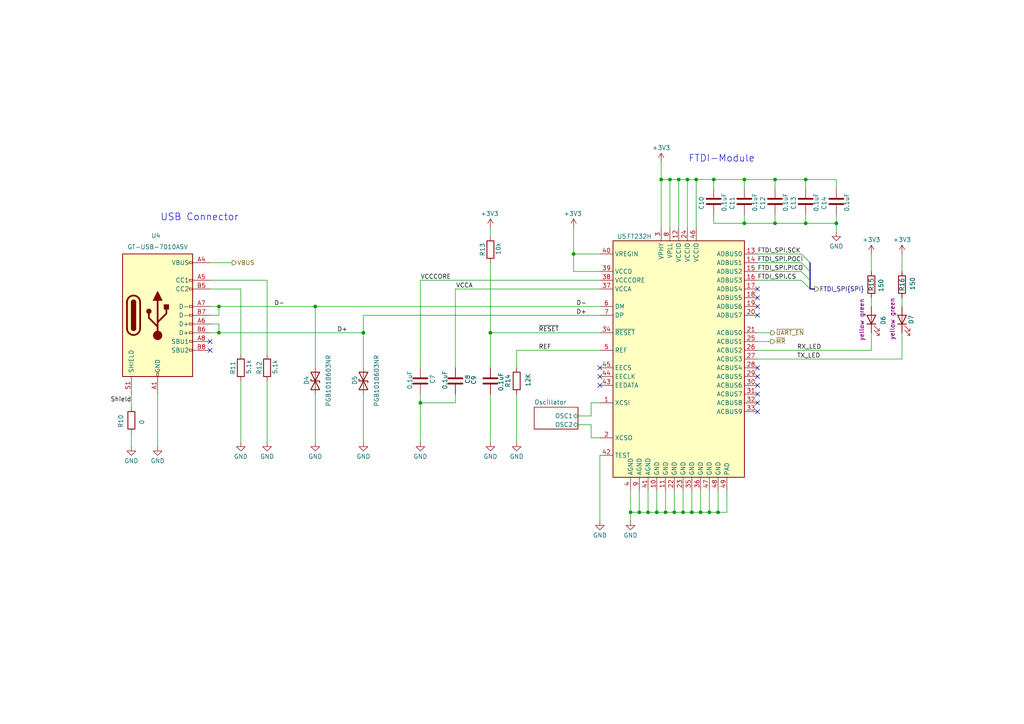
<source format=kicad_sch>
(kicad_sch (version 20231120) (generator "eeschema") (generator_version "8.0")
  (paper "A4")
  (title_block (title "PC connection") (date "2024-05-30") (rev "0.2.0"))
  (lib_symbols
    (symbol "Device:C" (pin_numbers hide) (pin_names (offset 0.254))
      (property "Reference" "C" (at 0.635 2.54 0))
      (property "Value" "C" (at 0.635 -2.54 0))
      (symbol "C_0_1"
        (polyline (pts (xy -2.032 -0.762) (xy 2.032 -0.762)) (stroke (width 0.508)))
        (polyline (pts (xy -2.032 0.762) (xy 2.032 0.762)) (stroke (width 0.508)))
      )
      (symbol "C_1_1"
        (pin passive line (at 0 3.81 270) (length 2.794) (name "~") (number "1"))
        (pin passive line (at 0 -3.81 90) (length 2.794) (name "~") (number "2"))
      )
    )
    (symbol "Device:D_TVS" (pin_numbers hide) (pin_names (offset 1.016) hide)
      (property "Reference" "D" (at 0 2.54 0))
      (property "Value" "D_TVS" (at 0 -2.54 0))
      (symbol "D_TVS_0_1"
        (polyline (pts (xy 1.27 0) (xy -1.27 0)))
        (polyline (pts (xy 0.508 1.27) (xy 0 1.27) (xy 0 -1.27) (xy -0.508 -1.27)) (stroke (width 0.254)))
        (polyline (pts (xy -2.54 1.27) (xy -2.54 -1.27) (xy 2.54 1.27) (xy 2.54 -1.27) (xy -2.54 1.27)) (stroke (width 0.254)))
      )
      (symbol "D_TVS_1_1"
        (pin passive line (at -3.81 0 0) (length 2.54) (name "A1") (number "1"))
        (pin passive line (at 3.81 0 180) (length 2.54) (name "A2") (number "2"))
      )
    )
    (symbol "Device:LED" (pin_numbers hide) (pin_names (offset 1.016) hide)
      (property "Reference" "D" (at 0 2.54 0))
      (property "Value" "LED" (at 0 -2.54 0))
      (symbol "LED_0_1"
        (polyline (pts (xy -1.27 -1.27) (xy -1.27 1.27)) (stroke (width 0.254)))
        (polyline (pts (xy -1.27 0) (xy 1.27 0)))
        (polyline (pts (xy 1.27 -1.27) (xy 1.27 1.27) (xy -1.27 0) (xy 1.27 -1.27)) (stroke (width 0.254)))
        (polyline (pts (xy -3.048 -0.762) (xy -4.572 -2.286) (xy -3.81 -2.286) (xy -4.572 -2.286) (xy -4.572 -1.524)))
        (polyline (pts (xy -1.778 -0.762) (xy -3.302 -2.286) (xy -2.54 -2.286) (xy -3.302 -2.286) (xy -3.302 -1.524)))
      )
      (symbol "LED_1_1"
        (pin passive line (at -3.81 0 0) (length 2.54) (name "K") (number "1"))
        (pin passive line (at 3.81 0 180) (length 2.54) (name "A") (number "2"))
      )
    )
    (symbol "Device:R" (pin_numbers hide) (pin_names (offset 0))
      (property "Reference" "R" (at 2.032 0 90))
      (property "Value" "R" (at 0 0 90))
      (symbol "R_0_1"
        (rectangle (start -1.016 -2.54) (end 1.016 2.54) (stroke (width 0.254)))
      )
      (symbol "R_1_1"
        (pin passive line (at 0 3.81 270) (length 1.27) (name "~") (number "1"))
        (pin passive line (at 0 -3.81 90) (length 1.27) (name "~") (number "2"))
      )
    )
    (symbol "custom_symbols:FT232H_PAD_GND"
      (property "Reference" "U" (at -19.05 35.56 0))
      (property "Value" "FT232H_PAD_GND" (at 12.7 35.56 0))
      (symbol "FT232H_PAD_GND_0_1"
        (rectangle (start -19.05 34.29) (end 19.05 -34.29) (stroke (width 0.254)) (fill (type background)))
      )
      (symbol "FT232H_PAD_GND_1_1"
        (pin input line (at -22.86 -12.7 0) (length 3.81) (name "XCSI") (number "1"))
        (pin power_in line (at -6.35 -38.1 90) (length 3.81) (name "GND") (number "10"))
        (pin power_in line (at -3.81 -38.1 90) (length 3.81) (name "GND") (number "11"))
        (pin power_in line (at 0 38.1 270) (length 3.81) (name "VCCIO") (number "12"))
        (pin bidirectional line (at 22.86 30.48 180) (length 3.81) (name "ADBUS0") (number "13"))
        (pin bidirectional line (at 22.86 27.94 180) (length 3.81) (name "ADBUS1") (number "14"))
        (pin bidirectional line (at 22.86 25.4 180) (length 3.81) (name "ADBUS2") (number "15"))
        (pin bidirectional line (at 22.86 22.86 180) (length 3.81) (name "ADBUS3") (number "16"))
        (pin bidirectional line (at 22.86 20.32 180) (length 3.81) (name "ADBUS4") (number "17"))
        (pin bidirectional line (at 22.86 17.78 180) (length 3.81) (name "ADBUS5") (number "18"))
        (pin bidirectional line (at 22.86 15.24 180) (length 3.81) (name "ADBUS6") (number "19"))
        (pin output line (at -22.86 -22.86 0) (length 3.81) (name "XCSO") (number "2"))
        (pin bidirectional line (at 22.86 12.7 180) (length 3.81) (name "ADBUS7") (number "20"))
        (pin bidirectional line (at 22.86 7.62 180) (length 3.81) (name "ACBUS0") (number "21"))
        (pin power_in line (at -1.27 -38.1 90) (length 3.81) (name "GND") (number "22"))
        (pin power_in line (at 1.27 -38.1 90) (length 3.81) (name "GND") (number "23"))
        (pin power_in line (at 2.54 38.1 270) (length 3.81) (name "VCCIO") (number "24"))
        (pin bidirectional line (at 22.86 5.08 180) (length 3.81) (name "ACBUS1") (number "25"))
        (pin bidirectional line (at 22.86 2.54 180) (length 3.81) (name "ACBUS2") (number "26"))
        (pin bidirectional line (at 22.86 0 180) (length 3.81) (name "ACBUS3") (number "27"))
        (pin bidirectional line (at 22.86 -2.54 180) (length 3.81) (name "ACBUS4") (number "28"))
        (pin bidirectional line (at 22.86 -5.08 180) (length 3.81) (name "ACBUS5") (number "29"))
        (pin power_in line (at -5.08 38.1 270) (length 3.81) (name "VPHY") (number "3"))
        (pin bidirectional line (at 22.86 -7.62 180) (length 3.81) (name "ACBUS6") (number "30"))
        (pin bidirectional line (at 22.86 -10.16 180) (length 3.81) (name "ACBUS7") (number "31"))
        (pin bidirectional line (at 22.86 -12.7 180) (length 3.81) (name "ACBUS8") (number "32"))
        (pin bidirectional line (at 22.86 -15.24 180) (length 3.81) (name "ACBUS9") (number "33"))
        (pin input line (at -22.86 7.62 0) (length 3.81) (name "~{RESET}") (number "34"))
        (pin power_in line (at 3.81 -38.1 90) (length 3.81) (name "GND") (number "35"))
        (pin power_in line (at 6.35 -38.1 90) (length 3.81) (name "GND") (number "36"))
        (pin power_out line (at -22.86 20.32 0) (length 3.81) (name "VCCA") (number "37"))
        (pin power_out line (at -22.86 22.86 0) (length 3.81) (name "VCCCORE") (number "38"))
        (pin power_in line (at -22.86 25.4 0) (length 3.81) (name "VCCD") (number "39"))
        (pin power_in line (at -13.97 -38.1 90) (length 3.81) (name "AGND") (number "4"))
        (pin power_in line (at -22.86 30.48 0) (length 3.81) (name "VREGIN") (number "40"))
        (pin power_in line (at -8.89 -38.1 90) (length 3.81) (name "AGND") (number "41"))
        (pin input line (at -22.86 -27.94 0) (length 3.81) (name "TEST") (number "42"))
        (pin bidirectional line (at -22.86 -7.62 0) (length 3.81) (name "EEDATA") (number "43"))
        (pin input line (at -22.86 -5.08 0) (length 3.81) (name "EECLK") (number "44"))
        (pin input line (at -22.86 -2.54 0) (length 3.81) (name "EECS") (number "45"))
        (pin power_in line (at 5.08 38.1 270) (length 3.81) (name "VCCIO") (number "46"))
        (pin power_in line (at 8.89 -38.1 90) (length 3.81) (name "GND") (number "47"))
        (pin power_in line (at 11.43 -38.1 90) (length 3.81) (name "GND") (number "48"))
        (pin power_in line (at 13.97 -38.1 90) (length 3.81) (name "PAD") (number "49"))
        (pin input line (at -22.86 2.54 0) (length 3.81) (name "REF") (number "5"))
        (pin bidirectional line (at -22.86 15.24 0) (length 3.81) (name "DM") (number "6"))
        (pin bidirectional line (at -22.86 12.7 0) (length 3.81) (name "DP") (number "7"))
        (pin power_in line (at -2.54 38.1 270) (length 3.81) (name "VPLL") (number "8"))
        (pin power_in line (at -11.43 -38.1 90) (length 3.81) (name "AGND") (number "9"))
      )
    )
    (symbol "custom_symbols:USB_C_Receptacle_USB2.0_14P" (pin_names (offset 1.016))
      (property "Reference" "J" (at 0 22.225 0))
      (property "Value" "USB_C_Receptacle_USB2.0_14P" (at 0 19.685 0))
      (symbol "USB_C_Receptacle_USB2.0_14P_0_0"
        (rectangle (start -0.254 -17.78) (end 0.254 -16.764))
        (rectangle (start 9.144 -4.826) (end 10.16 -5.334))
        (rectangle (start 9.1899 -9.8747) (end 10.2059 -10.3827))
        (rectangle (start 9.1899 -7.307) (end 10.2059 -7.815))
        (rectangle (start 10.16 -2.286) (end 9.144 -2.794))
        (rectangle (start 10.16 0.254) (end 9.144 -0.254))
        (rectangle (start 10.16 2.794) (end 9.144 2.286))
        (rectangle (start 10.16 7.874) (end 9.144 7.366))
        (rectangle (start 10.16 10.414) (end 9.144 9.906))
        (rectangle (start 10.16 15.494) (end 9.144 14.986))
      )
      (symbol "USB_C_Receptacle_USB2.0_14P_0_1"
        (rectangle (start -10.16 17.78) (end 10.16 -17.78) (stroke (width 0.254)) (fill (type background)))
        (arc (start -8.89 -3.81) (mid -6.985 -5.7067) (end -5.08 -3.81) (stroke (width 0.508)))
        (arc (start -7.62 -3.81) (mid -6.985 -4.4423) (end -6.35 -3.81) (stroke (width 0.254)))
        (arc (start -7.62 -3.81) (mid -6.985 -4.4423) (end -6.35 -3.81) (stroke (width 0.254)) (fill (type outline)))
        (rectangle (start -7.62 -3.81) (end -6.35 3.81) (stroke (width 0.254)) (fill (type outline)))
        (arc (start -6.35 3.81) (mid -6.985 4.4423) (end -7.62 3.81) (stroke (width 0.254)))
        (arc (start -6.35 3.81) (mid -6.985 4.4423) (end -7.62 3.81) (stroke (width 0.254)) (fill (type outline)))
        (arc (start -5.08 3.81) (mid -6.985 5.7067) (end -8.89 3.81) (stroke (width 0.508)))
        (circle (center -2.54 1.143) (radius 0.635) (stroke (width 0.254)) (fill (type outline)))
        (circle (center 0 -5.842) (radius 1.27) (fill (type outline)))
        (polyline (pts (xy -8.89 -3.81) (xy -8.89 3.81)) (stroke (width 0.508)))
        (polyline (pts (xy -5.08 3.81) (xy -5.08 -3.81)) (stroke (width 0.508)))
        (polyline (pts (xy 0 -5.842) (xy 0 4.318)) (stroke (width 0.508)))
        (polyline (pts (xy 0 -3.302) (xy -2.54 -0.762) (xy -2.54 0.508)) (stroke (width 0.508)))
        (polyline (pts (xy 0 -2.032) (xy 2.54 0.508) (xy 2.54 1.778)) (stroke (width 0.508)))
        (polyline (pts (xy -1.27 4.318) (xy 0 6.858) (xy 1.27 4.318) (xy -1.27 4.318)) (stroke (width 0.254)) (fill (type outline)))
        (rectangle (start 1.905 1.778) (end 3.175 3.048) (stroke (width 0.254)) (fill (type outline)))
      )
      (symbol "USB_C_Receptacle_USB2.0_14P_1_1"
        (pin passive line (at 0 -22.86 90) (length 5.08) (name "GND") (number "A1"))
        (pin passive line (at 0 -22.86 90) (length 5.08) hide (name "GND") (number "A12"))
        (pin passive line (at 15.24 15.24 180) (length 5.08) (name "VBUS") (number "A4"))
        (pin bidirectional line (at 15.24 10.16 180) (length 5.08) (name "CC1") (number "A5"))
        (pin bidirectional line (at 15.24 -2.54 180) (length 5.08) (name "D+") (number "A6"))
        (pin bidirectional line (at 15.24 2.54 180) (length 5.08) (name "D-") (number "A7"))
        (pin bidirectional line (at 15.24 -7.62 180) (length 5.08) (name "SBU1") (number "A8"))
        (pin passive line (at 15.24 15.24 180) (length 5.08) hide (name "VBUS") (number "A9"))
        (pin bidirectional line (at 15.24 7.62 180) (length 5.08) (name "CC2") (number "B5"))
        (pin bidirectional line (at 15.24 -5.08 180) (length 5.08) (name "D+") (number "B6"))
        (pin bidirectional line (at 15.24 0 180) (length 5.08) (name "D-") (number "B7"))
        (pin bidirectional line (at 15.24 -10.16 180) (length 5.08) (name "SBU2") (number "B8"))
        (pin passive line (at -7.62 -22.86 90) (length 5.08) (name "SHIELD") (number "S1"))
      )
    )
    (symbol "power:+3V3" (power) (pin_numbers hide) (pin_names (offset 0) hide)
      (property "Value" "+3V3" (at 0 3.556 0))
      (symbol "+3V3_0_1"
        (polyline (pts (xy -0.762 1.27) (xy 0 2.54)))
        (polyline (pts (xy 0 0) (xy 0 2.54)))
        (polyline (pts (xy 0 2.54) (xy 0.762 1.27)))
      )
      (symbol "+3V3_1_1"
        (pin power_in line (at 0 0 90) (length 0) (name "~") (number "1"))
      )
    )
    (symbol "power:GND" (power) (pin_numbers hide) (pin_names (offset 0) hide)
      (property "Value" "GND" (at 0 -3.81 0))
      (symbol "GND_0_1"
        (polyline (pts (xy 0 0) (xy 0 -1.27) (xy 1.27 -1.27) (xy 0 -2.54) (xy -1.27 -1.27) (xy 0 -1.27)))
      )
      (symbol "GND_1_1"
        (pin power_in line (at 0 0 270) (length 0) (name "~") (number "1"))
      )
    )
  )
  (junction (at 208.28 148.59))
  (junction (at 191.77 52.07))
  (junction (at 201.93 52.07))
  (junction (at 63.5 96.52))
  (junction (at 233.68 52.07))
  (junction (at 91.44 88.9))
  (junction (at 205.74 148.59))
  (junction (at 166.37 73.66))
  (junction (at 196.85 52.07))
  (junction (at 242.57 64.77))
  (junction (at 187.96 148.59))
  (junction (at 194.31 52.07))
  (junction (at 182.88 148.59))
  (junction (at 200.66 148.59))
  (junction (at 198.12 148.59))
  (junction (at 193.04 148.59))
  (junction (at 207.01 52.07))
  (junction (at 199.39 52.07))
  (junction (at 215.9 52.07))
  (junction (at 142.24 96.52))
  (junction (at 224.79 64.77))
  (junction (at 203.2 148.59))
  (junction (at 105.41 96.52))
  (junction (at 63.5 88.9))
  (junction (at 190.5 148.59))
  (junction (at 121.92 116.84))
  (junction (at 185.42 148.59))
  (junction (at 195.58 148.59))
  (junction (at 224.79 52.07))
  (junction (at 233.68 64.77))
  (junction (at 215.9 64.77))
  (no_connect (at 219.71 116.84))
  (no_connect (at 219.71 83.82))
  (no_connect (at 219.71 111.76))
  (no_connect (at 60.96 99.06))
  (no_connect (at 173.99 109.22))
  (no_connect (at 60.96 101.6))
  (no_connect (at 219.71 119.38))
  (no_connect (at 219.71 88.9))
  (no_connect (at 173.99 111.76))
  (no_connect (at 219.71 114.3))
  (no_connect (at 219.71 106.68))
  (no_connect (at 173.99 106.68))
  (no_connect (at 219.71 91.44))
  (no_connect (at 219.71 109.22))
  (no_connect (at 219.71 86.36))
  (bus_entry (at 232.41 78.74) (size 2.54 2.54))
  (bus_entry (at 232.41 81.28) (size 2.54 2.54))
  (bus_entry (at 232.41 76.2) (size 2.54 2.54))
  (bus_entry (at 232.41 73.66) (size 2.54 2.54))
  (wire (pts (xy 215.9 52.07) (xy 224.79 52.07)))
  (wire (pts (xy 149.86 106.68) (xy 149.86 101.6)))
  (wire (pts (xy 185.42 148.59) (xy 187.96 148.59)))
  (wire (pts (xy 91.44 88.9) (xy 91.44 106.68)))
  (wire (pts (xy 142.24 76.2) (xy 142.24 96.52)))
  (wire (pts (xy 91.44 114.3) (xy 91.44 128.27)))
  (wire (pts (xy 60.96 93.98) (xy 63.5 93.98)))
  (wire (pts (xy 208.28 142.24) (xy 208.28 148.59)))
  (wire (pts (xy 69.85 83.82) (xy 60.96 83.82)))
  (wire (pts (xy 69.85 110.49) (xy 69.85 128.27)))
  (wire (pts (xy 219.71 73.66) (xy 232.41 73.66)))
  (wire (pts (xy 166.37 73.66) (xy 173.99 73.66)))
  (wire (pts (xy 252.73 73.66) (xy 252.73 78.74)))
  (wire (pts (xy 132.08 83.82) (xy 173.99 83.82)))
  (wire (pts (xy 261.62 86.36) (xy 261.62 88.9)))
  (wire (pts (xy 208.28 148.59) (xy 205.74 148.59)))
  (wire (pts (xy 171.45 116.84) (xy 173.99 116.84)))
  (wire (pts (xy 215.9 64.77) (xy 224.79 64.77)))
  (wire (pts (xy 224.79 64.77) (xy 233.68 64.77)))
  (wire (pts (xy 224.79 62.23) (xy 224.79 64.77)))
  (wire (pts (xy 233.68 64.77) (xy 242.57 64.77)))
  (wire (pts (xy 77.47 81.28) (xy 77.47 102.87)))
  (bus (pts (xy 234.95 81.28) (xy 234.95 83.82)))
  (wire (pts (xy 193.04 142.24) (xy 193.04 148.59)))
  (wire (pts (xy 60.96 96.52) (xy 63.5 96.52)))
  (wire (pts (xy 91.44 88.9) (xy 173.99 88.9)))
  (wire (pts (xy 242.57 52.07) (xy 242.57 54.61)))
  (wire (pts (xy 208.28 148.59) (xy 210.82 148.59)))
  (wire (pts (xy 142.24 114.3) (xy 142.24 128.27)))
  (wire (pts (xy 121.92 81.28) (xy 121.92 106.68)))
  (wire (pts (xy 187.96 142.24) (xy 187.96 148.59)))
  (wire (pts (xy 105.41 96.52) (xy 105.41 106.68)))
  (wire (pts (xy 215.9 62.23) (xy 215.9 64.77)))
  (wire (pts (xy 219.71 101.6) (xy 252.73 101.6)))
  (wire (pts (xy 105.41 114.3) (xy 105.41 128.27)))
  (wire (pts (xy 190.5 142.24) (xy 190.5 148.59)))
  (wire (pts (xy 191.77 52.07) (xy 191.77 66.04)))
  (wire (pts (xy 167.64 123.19) (xy 171.45 123.19)))
  (wire (pts (xy 149.86 101.6) (xy 173.99 101.6)))
  (wire (pts (xy 252.73 101.6) (xy 252.73 96.52)))
  (bus (pts (xy 234.95 83.82) (xy 236.22 83.82)))
  (wire (pts (xy 252.73 86.36) (xy 252.73 88.9)))
  (wire (pts (xy 215.9 64.77) (xy 207.01 64.77)))
  (wire (pts (xy 215.9 54.61) (xy 215.9 52.07)))
  (wire (pts (xy 219.71 76.2) (xy 232.41 76.2)))
  (wire (pts (xy 171.45 123.19) (xy 171.45 127)))
  (wire (pts (xy 242.57 64.77) (xy 242.57 62.23)))
  (wire (pts (xy 60.96 81.28) (xy 77.47 81.28)))
  (wire (pts (xy 187.96 148.59) (xy 190.5 148.59)))
  (wire (pts (xy 201.93 52.07) (xy 201.93 66.04)))
  (wire (pts (xy 171.45 127) (xy 173.99 127)))
  (wire (pts (xy 194.31 52.07) (xy 194.31 66.04)))
  (wire (pts (xy 121.92 116.84) (xy 121.92 128.27)))
  (wire (pts (xy 200.66 148.59) (xy 198.12 148.59)))
  (wire (pts (xy 121.92 114.3) (xy 121.92 116.84)))
  (wire (pts (xy 132.08 106.68) (xy 132.08 83.82)))
  (wire (pts (xy 224.79 54.61) (xy 224.79 52.07)))
  (wire (pts (xy 38.1 125.73) (xy 38.1 129.54)))
  (wire (pts (xy 210.82 148.59) (xy 210.82 142.24)))
  (wire (pts (xy 233.68 62.23) (xy 233.68 64.77)))
  (wire (pts (xy 196.85 52.07) (xy 199.39 52.07)))
  (bus (pts (xy 234.95 76.2) (xy 234.95 78.74)))
  (wire (pts (xy 242.57 64.77) (xy 242.57 67.31)))
  (wire (pts (xy 132.08 116.84) (xy 132.08 114.3)))
  (bus (pts (xy 234.95 78.74) (xy 234.95 81.28)))
  (wire (pts (xy 219.71 99.06) (xy 223.52 99.06)))
  (wire (pts (xy 60.96 88.9) (xy 63.5 88.9)))
  (wire (pts (xy 195.58 142.24) (xy 195.58 148.59)))
  (wire (pts (xy 198.12 148.59) (xy 195.58 148.59)))
  (wire (pts (xy 63.5 88.9) (xy 63.5 91.44)))
  (wire (pts (xy 142.24 106.68) (xy 142.24 96.52)))
  (wire (pts (xy 199.39 52.07) (xy 201.93 52.07)))
  (wire (pts (xy 219.71 78.74) (xy 232.41 78.74)))
  (wire (pts (xy 261.62 73.66) (xy 261.62 78.74)))
  (wire (pts (xy 173.99 151.13) (xy 173.99 132.08)))
  (wire (pts (xy 38.1 114.3) (xy 38.1 118.11)))
  (wire (pts (xy 201.93 52.07) (xy 207.01 52.07)))
  (wire (pts (xy 63.5 88.9) (xy 91.44 88.9)))
  (wire (pts (xy 233.68 52.07) (xy 233.68 54.61)))
  (wire (pts (xy 69.85 83.82) (xy 69.85 102.87)))
  (wire (pts (xy 173.99 81.28) (xy 121.92 81.28)))
  (wire (pts (xy 60.96 76.2) (xy 67.31 76.2)))
  (wire (pts (xy 166.37 73.66) (xy 166.37 78.74)))
  (wire (pts (xy 207.01 64.77) (xy 207.01 62.23)))
  (wire (pts (xy 219.71 104.14) (xy 261.62 104.14)))
  (wire (pts (xy 142.24 66.04) (xy 142.24 68.58)))
  (wire (pts (xy 142.24 96.52) (xy 173.99 96.52)))
  (wire (pts (xy 60.96 91.44) (xy 63.5 91.44)))
  (wire (pts (xy 105.41 91.44) (xy 173.99 91.44)))
  (wire (pts (xy 190.5 148.59) (xy 193.04 148.59)))
  (wire (pts (xy 182.88 142.24) (xy 182.88 148.59)))
  (wire (pts (xy 196.85 52.07) (xy 196.85 66.04)))
  (wire (pts (xy 219.71 96.52) (xy 223.52 96.52)))
  (wire (pts (xy 63.5 96.52) (xy 105.41 96.52)))
  (wire (pts (xy 63.5 93.98) (xy 63.5 96.52)))
  (wire (pts (xy 182.88 151.13) (xy 182.88 148.59)))
  (wire (pts (xy 215.9 52.07) (xy 207.01 52.07)))
  (wire (pts (xy 105.41 91.44) (xy 105.41 96.52)))
  (wire (pts (xy 205.74 142.24) (xy 205.74 148.59)))
  (wire (pts (xy 45.72 114.3) (xy 45.72 129.54)))
  (wire (pts (xy 219.71 81.28) (xy 232.41 81.28)))
  (wire (pts (xy 193.04 148.59) (xy 195.58 148.59)))
  (wire (pts (xy 185.42 142.24) (xy 185.42 148.59)))
  (wire (pts (xy 199.39 52.07) (xy 199.39 66.04)))
  (wire (pts (xy 191.77 46.99) (xy 191.77 52.07)))
  (wire (pts (xy 233.68 52.07) (xy 242.57 52.07)))
  (wire (pts (xy 121.92 116.84) (xy 132.08 116.84)))
  (wire (pts (xy 198.12 142.24) (xy 198.12 148.59)))
  (wire (pts (xy 171.45 116.84) (xy 171.45 120.65)))
  (wire (pts (xy 200.66 142.24) (xy 200.66 148.59)))
  (wire (pts (xy 149.86 114.3) (xy 149.86 128.27)))
  (wire (pts (xy 205.74 148.59) (xy 203.2 148.59)))
  (wire (pts (xy 261.62 104.14) (xy 261.62 96.52)))
  (wire (pts (xy 194.31 52.07) (xy 196.85 52.07)))
  (wire (pts (xy 191.77 52.07) (xy 194.31 52.07)))
  (wire (pts (xy 182.88 148.59) (xy 185.42 148.59)))
  (wire (pts (xy 167.64 120.65) (xy 171.45 120.65)))
  (wire (pts (xy 207.01 52.07) (xy 207.01 54.61)))
  (wire (pts (xy 203.2 142.24) (xy 203.2 148.59)))
  (wire (pts (xy 224.79 52.07) (xy 233.68 52.07)))
  (wire (pts (xy 166.37 78.74) (xy 173.99 78.74)))
  (wire (pts (xy 77.47 110.49) (xy 77.47 128.27)))
  (wire (pts (xy 203.2 148.59) (xy 200.66 148.59)))
  (wire (pts (xy 166.37 66.04) (xy 166.37 73.66)))
  (text "USB Connector" (at 46.482 64.262 0) (effects (font (size 2 2)) (justify left bottom)))
  (text "FTDI-Module\n" (at 199.644 47.244 0) (effects (font (size 2 2)) (justify left bottom)))
  (label "Shield" (at 38.1 116.84 180))
  (label "TX_LED" (at 231.14 104.14 0))
  (label "~{RESET}" (at 156.21 96.52 0))
  (label "FTDI_SPI.SCK" (at 219.71 73.66 0))
  (label "FTDI_SPI.POCI" (at 219.71 76.2 0))
  (label "D-" (at 82.55 88.9 180))
  (label "D+" (at 170.18 91.44 180))
  (label "RX_LED" (at 231.14 101.6 0))
  (label "REF" (at 156.21 101.6 0))
  (label "FTDI_SPI.CS" (at 219.71 81.28 0))
  (label "D-" (at 170.18 88.9 180))
  (label "D+" (at 97.79 96.52 0))
  (label "FTDI_SPI.PICO" (at 219.71 78.74 0))
  (label "VCCCORE" (at 130.81 81.28 180))
  (label "VCCA" (at 137.16 83.82 180))
  (hierarchical_label "~{MR}" (shape output) (at 223.52 99.06 0))
  (hierarchical_label "~{UART_EN}" (shape output) (at 223.52 96.52 0))
  (hierarchical_label "FTDI_SPI{SPI}" (shape output) (at 236.22 83.82 0))
  (hierarchical_label "VBUS" (shape output) (at 67.31 76.2 0))
  (symbol (lib_id "Device:R") (at 142.24 72.39 0) (unit 1)
    (property "Reference" "R13" (at 139.954 72.39 90))
    (property "Value" "10k" (at 144.526 72.136 90))
    (property "Footprint" "Resistor_SMD:R_0805_2012Metric" (effects (hide yes)))
    (property "Description" "Resistor" (effects (hide yes)))
  )
  (symbol (lib_id "Device:C") (at 142.24 110.49 180) (unit 1)
    (property "Reference" "C9" (at 137.414 110.236 90))
    (property "Value" "0.1uF" (at 145.288 110.744 90))
    (property "Footprint" "Capacitor_SMD:C_0805_2012Metric" (effects (hide yes)))
    (property "Description" "Unpolarized capacitor" (effects (hide yes)))
  )
  (symbol (lib_id "power:GND") (at 77.47 128.27 0) (unit 1)
    (property "Reference" "#PWR38" (effects (hide yes)))
    (property "Value" "GND" (at 77.47 132.4031 0))
    (property "Description" "Power symbol creates a global label with name \"GND\" , ground" (effects (hide yes)))
  )
  (symbol (lib_id "Device:R") (at 69.85 106.68 0) (unit 1)
    (property "Reference" "R11" (at 67.564 106.68 90))
    (property "Value" "5.1k" (at 72.136 106.426 90))
    (property "Footprint" "Resistor_SMD:R_0805_2012Metric" (effects (hide yes)))
    (property "Description" "Resistor" (effects (hide yes)))
  )
  (symbol (lib_id "power:GND") (at 142.24 128.27 0) (unit 1)
    (property "Reference" "#PWR43" (effects (hide yes)))
    (property "Value" "GND" (at 142.24 132.4031 0))
    (property "Description" "Power symbol creates a global label with name \"GND\" , ground" (effects (hide yes)))
  )
  (symbol (lib_id "power:+3V3") (at 142.24 66.04 0) (unit 1)
    (property "Reference" "#PWR42" (effects (hide yes)))
    (property "Value" "+3V3" (at 141.986 61.976 0))
    (property "Description" "Power symbol creates a global label with name \"+3V3\"" (effects (hide yes)))
  )
  (symbol (lib_id "power:GND") (at 105.41 128.27 0) (unit 1)
    (property "Reference" "#PWR40" (effects (hide yes)))
    (property "Value" "GND" (at 105.41 132.4031 0))
    (property "Description" "Power symbol creates a global label with name \"GND\" , ground" (effects (hide yes)))
  )
  (symbol (lib_id "power:GND") (at 91.44 128.27 0) (unit 1)
    (property "Reference" "#PWR39" (effects (hide yes)))
    (property "Value" "GND" (at 91.44 132.4031 0))
    (property "Description" "Power symbol creates a global label with name \"GND\" , ground" (effects (hide yes)))
  )
  (symbol (lib_id "power:GND") (at 121.92 128.27 0) (unit 1)
    (property "Reference" "#PWR41" (effects (hide yes)))
    (property "Value" "GND" (at 121.92 132.4031 0))
    (property "Description" "Power symbol creates a global label with name \"GND\" , ground" (effects (hide yes)))
  )
  (symbol (lib_id "Device:D_TVS") (at 91.44 110.49 270) (unit 1)
    (property "Reference" "D4" (at 88.9 108.966 0) (effects (justify left)))
    (property "Value" "PGB1010603NR" (at 95.25 102.87 0) (effects (justify left)))
    (property "Footprint" "Diode_SMD:D_0603_1608Metric" (effects (hide yes)))
    (property "Description" "Bidirectional transient-voltage-suppression diode" (effects (hide yes)))
    (property "Height" "0.36" (effects (hide yes)))
    (property "Manufacturer_Name" "LITTELFUSE" (effects (hide yes)))
    (property "Manufacturer_Part_Number" "PGB1010603NR" (effects (hide yes)))
    (property "Mouser Part Number" "576-PGB1010603NR" (effects (hide yes)))
    (property "Mouser Price/Stock" "https://www.mouser.co.uk/ProductDetail/Littelfuse/PGB1010603NR?qs=gu7KAQ731UTJOoBJUwB8FA%3D%3D" (effects (hide yes)))
    (property "Arrow Part Number" "PGB1010603NR" (effects (hide yes)))
    (property "Arrow Price/Stock" "https://www.arrow.com/en/products/pgb1010603nr/littelfuse?region=nac" (effects (hide yes)))
  )
  (symbol (lib_id "Device:R") (at 77.47 106.68 0) (unit 1)
    (property "Reference" "R12" (at 75.184 106.68 90))
    (property "Value" "5.1k" (at 79.756 106.426 90))
    (property "Footprint" "Resistor_SMD:R_0805_2012Metric" (effects (hide yes)))
    (property "Description" "Resistor" (effects (hide yes)))
  )
  (symbol (lib_id "power:+3V3") (at 252.73 73.66 0) (unit 1)
    (property "Reference" "#PWR50" (effects (hide yes)))
    (property "Value" "+3V3" (at 252.73 69.5269 0))
    (property "Description" "Power symbol creates a global label with name \"+3V3\"" (effects (hide yes)))
  )
  (symbol (lib_id "Device:C") (at 121.92 110.49 0) (unit 1)
    (property "Reference" "C7" (at 125.476 109.982 90))
    (property "Value" "0.1uF" (at 118.872 110.236 90))
    (property "Footprint" "Capacitor_SMD:C_0805_2012Metric" (effects (hide yes)))
    (property "Description" "Unpolarized capacitor" (effects (hide yes)))
  )
  (symbol (lib_id "power:GND") (at 69.85 128.27 0) (unit 1)
    (property "Reference" "#PWR37" (effects (hide yes)))
    (property "Value" "GND" (at 69.85 132.4031 0))
    (property "Description" "Power symbol creates a global label with name \"GND\" , ground" (effects (hide yes)))
  )
  (symbol (lib_id "power:GND") (at 182.88 151.13 0) (unit 1)
    (property "Reference" "#PWR47" (effects (hide yes)))
    (property "Value" "GND" (at 182.88 155.2631 0))
    (property "Description" "Power symbol creates a global label with name \"GND\" , ground" (effects (hide yes)))
  )
  (symbol (lib_id "Device:R") (at 252.73 82.55 180) (unit 1)
    (property "Reference" "R15" (at 252.73 82.55 90))
    (property "Value" "150" (at 255.524 82.804 90))
    (property "Footprint" "Resistor_SMD:R_0805_2012Metric" (effects (hide yes)))
    (property "Description" "Resistor" (effects (hide yes)))
  )
  (symbol (lib_id "Device:C") (at 132.08 110.49 0) (unit 1)
    (property "Reference" "C8" (at 135.636 109.982 90))
    (property "Value" "0.1uF" (at 129.032 110.236 90))
    (property "Footprint" "Capacitor_SMD:C_0805_2012Metric" (effects (hide yes)))
    (property "Description" "Unpolarized capacitor" (effects (hide yes)))
  )
  (symbol (lib_id "Device:R") (at 261.62 82.55 180) (unit 1)
    (property "Reference" "R16" (at 261.62 82.55 90))
    (property "Value" "150" (at 264.668 82.296 90))
    (property "Footprint" "Resistor_SMD:R_0805_2012Metric" (effects (hide yes)))
    (property "Description" "Resistor" (effects (hide yes)))
  )
  (symbol (lib_id "custom_symbols:USB_C_Receptacle_USB2.0_14P") (at 45.72 91.44 0) (unit 1)
    (property "Reference" "U4" (at 45.212 68.326 0))
    (property "Value" "GT-USB-7010ASV" (at 45.72 71.628 0))
    (property "Footprint" "Customized:USB_C_Receptacle_GCT_USB4105-xx-A_16P_TopMnt_Horizontal" (effects (hide yes)))
    (property "Datasheet" "https://www.usb.org/sites/default/files/documents/usb_type-c.zip" (effects (hide yes)))
    (property "Description" "USB 2.0-only 14P Type-C Receptacle connector" (effects (hide yes)))
    (property "LCSC" "C2988369" (effects (hide yes)))
    (property "JLCPCB Position Offset" "0,1.05" (effects (hide yes)))
  )
  (symbol (lib_id "Device:LED") (at 252.73 92.71 90) (unit 1)
    (property "Reference" "D6" (at 256.159 92.964 0))
    (property "Value" "C965826" (effects (hide yes)))
    (property "Footprint" "LED_SMD:LED_1206_3216Metric" (effects (hide yes)))
    (property "Description" "yellow green" (at 249.936 92.71 0))
    (property "LCSC Number" " C965826" (effects (hide yes)))
  )
  (symbol (lib_id "power:+3V3") (at 166.37 66.04 0) (unit 1)
    (property "Reference" "#PWR45" (effects (hide yes)))
    (property "Value" "+3V3" (at 166.116 61.976 0))
    (property "Description" "Power symbol creates a global label with name \"+3V3\"" (effects (hide yes)))
  )
  (symbol (lib_id "Device:LED") (at 261.62 92.71 90) (unit 1)
    (property "Reference" "D7" (at 264.287 92.71 0))
    (property "Value" "C965826" (effects (hide yes)))
    (property "Footprint" "LED_SMD:LED_1206_3216Metric" (effects (hide yes)))
    (property "Description" "yellow green" (at 258.826 92.456 0))
    (property "LCSC Number" " C965826" (effects (hide yes)))
  )
  (symbol (lib_id "power:GND") (at 173.99 151.13 0) (unit 1)
    (property "Reference" "#PWR46" (effects (hide yes)))
    (property "Value" "GND" (at 173.99 155.2631 0))
    (property "Description" "Power symbol creates a global label with name \"GND\" , ground" (effects (hide yes)))
  )
  (symbol (lib_id "power:GND") (at 242.57 67.31 0) (unit 1)
    (property "Reference" "#PWR49" (effects (hide yes)))
    (property "Value" "GND" (at 242.57 71.4431 0))
    (property "Description" "Power symbol creates a global label with name \"GND\" , ground" (effects (hide yes)))
  )
  (symbol (lib_id "custom_symbols:FT232H_PAD_GND") (at 196.85 104.14 0) (unit 1)
    (property "Reference" "U5" (at 180.34 68.58 0))
    (property "Value" "FT232H" (at 185.42 68.58 0))
    (property "Footprint" "Package_QFP:LQFP-48-1EP_7x7mm_P0.5mm_EP3.6x3.6mm" (effects (hide yes)))
    (property "Datasheet" "https://www.ftdichip.com/Support/Documents/DataSheets/ICs/DS_FT232H.pdf" (effects (hide yes)))
    (property "Description" "Hi Speed Single Channel USB UART/FIFO, LQFP/QFN-48" (effects (hide yes)))
  )
  (symbol (lib_id "Device:C") (at 242.57 58.42 180) (unit 1)
    (property "Reference" "C14" (at 239.014 58.928 90))
    (property "Value" "0.1uF" (at 245.618 58.674 90))
    (property "Footprint" "Capacitor_SMD:C_0805_2012Metric" (effects (hide yes)))
    (property "Description" "Unpolarized capacitor" (effects (hide yes)))
  )
  (symbol (lib_id "Device:C") (at 224.79 58.42 180) (unit 1)
    (property "Reference" "C12" (at 221.234 58.928 90))
    (property "Value" "0.1uF" (at 227.838 58.674 90))
    (property "Footprint" "Capacitor_SMD:C_0805_2012Metric" (effects (hide yes)))
    (property "Description" "Unpolarized capacitor" (effects (hide yes)))
  )
  (symbol (lib_id "power:+3V3") (at 191.77 46.99 0) (unit 1)
    (property "Reference" "#PWR48" (effects (hide yes)))
    (property "Value" "+3V3" (at 191.77 42.8569 0))
    (property "Description" "Power symbol creates a global label with name \"+3V3\"" (effects (hide yes)))
  )
  (symbol (lib_id "Device:R") (at 149.86 110.49 180) (unit 1)
    (property "Reference" "R14" (at 147.32 110.49 90))
    (property "Value" "12K" (at 153.162 110.236 90))
    (property "Footprint" "Resistor_SMD:R_0805_2012Metric" (effects (hide yes)))
    (property "Description" "Resistor" (effects (hide yes)))
  )
  (symbol (lib_id "power:GND") (at 149.86 128.27 0) (unit 1)
    (property "Reference" "#PWR44" (effects (hide yes)))
    (property "Value" "GND" (at 149.86 132.4031 0))
    (property "Description" "Power symbol creates a global label with name \"GND\" , ground" (effects (hide yes)))
  )
  (symbol (lib_id "Device:C") (at 207.01 58.42 180) (unit 1)
    (property "Reference" "C10" (at 203.454 58.928 90))
    (property "Value" "0.1uF" (at 210.058 58.674 90))
    (property "Footprint" "Capacitor_SMD:C_0805_2012Metric" (effects (hide yes)))
    (property "Description" "Unpolarized capacitor" (effects (hide yes)))
  )
  (symbol (lib_id "Device:C") (at 233.68 58.42 180) (unit 1)
    (property "Reference" "C13" (at 230.124 58.928 90))
    (property "Value" "0.1uF" (at 236.728 58.674 90))
    (property "Footprint" "Capacitor_SMD:C_0805_2012Metric" (effects (hide yes)))
    (property "Description" "Unpolarized capacitor" (effects (hide yes)))
  )
  (symbol (lib_id "Device:D_TVS") (at 105.41 110.49 270) (unit 1)
    (property "Reference" "D5" (at 102.87 108.966 0) (effects (justify left)))
    (property "Value" "PGB1010603NR" (at 109.22 102.87 0) (effects (justify left)))
    (property "Footprint" "Capacitor_SMD:C_0603_1608Metric" (effects (hide yes)))
    (property "Description" "Bidirectional transient-voltage-suppression diode" (effects (hide yes)))
    (property "Height" "0.36" (effects (hide yes)))
    (property "Manufacturer_Name" "LITTELFUSE" (effects (hide yes)))
    (property "Manufacturer_Part_Number" "PGB1010603NR" (effects (hide yes)))
    (property "Mouser Part Number" "576-PGB1010603NR" (effects (hide yes)))
    (property "Mouser Price/Stock" "https://www.mouser.co.uk/ProductDetail/Littelfuse/PGB1010603NR?qs=gu7KAQ731UTJOoBJUwB8FA%3D%3D" (effects (hide yes)))
    (property "Arrow Part Number" "PGB1010603NR" (effects (hide yes)))
    (property "Arrow Price/Stock" "https://www.arrow.com/en/products/pgb1010603nr/littelfuse?region=nac" (effects (hide yes)))
  )
  (symbol (lib_id "power:GND") (at 45.72 129.54 0) (unit 1)
    (property "Reference" "#PWR36" (effects (hide yes)))
    (property "Value" "GND" (at 45.72 133.6731 0))
    (property "Description" "Power symbol creates a global label with name \"GND\" , ground" (effects (hide yes)))
  )
  (symbol (lib_id "power:+3V3") (at 261.62 73.66 0) (unit 1)
    (property "Reference" "#PWR51" (effects (hide yes)))
    (property "Value" "+3V3" (at 261.62 69.5269 0))
    (property "Description" "Power symbol creates a global label with name \"+3V3\"" (effects (hide yes)))
  )
  (symbol (lib_id "power:GND") (at 38.1 129.54 0) (unit 1)
    (property "Reference" "#PWR35" (effects (hide yes)))
    (property "Value" "GND" (at 38.1 133.6731 0))
    (property "Description" "Power symbol creates a global label with name \"GND\" , ground" (effects (hide yes)))
  )
  (symbol (lib_id "Device:C") (at 215.9 58.42 180) (unit 1)
    (property "Reference" "C11" (at 212.344 58.928 90))
    (property "Value" "0.1uF" (at 218.948 58.674 90))
    (property "Footprint" "Capacitor_SMD:C_0805_2012Metric" (effects (hide yes)))
    (property "Description" "Unpolarized capacitor" (effects (hide yes)))
  )
  (symbol (lib_id "Device:R") (at 38.1 121.92 0) (unit 1)
    (property "Reference" "R10" (at 35.052 122.174 90))
    (property "Value" "0" (at 41.148 122.428 90))
    (property "Footprint" "Resistor_SMD:R_0805_2012Metric" (effects (hide yes)))
    (property "Description" "Resistor" (effects (hide yes)))
  )
  (sheet (at 154.94 118.11) (size 12.7 6.35) (stroke (width 0.1524))
    (property "Sheetname" "Oscillator" (at 154.94 117.3984 0) (effects (justify left bottom)))
    (property "Sheetfile" "oscillator.kicad_sch" (effects (hide yes)))
    (pin "OSC1" bidirectional (at 167.64 120.65 0))
    (pin "OSC2" bidirectional (at 167.64 123.19 0))
  )
)
</source>
